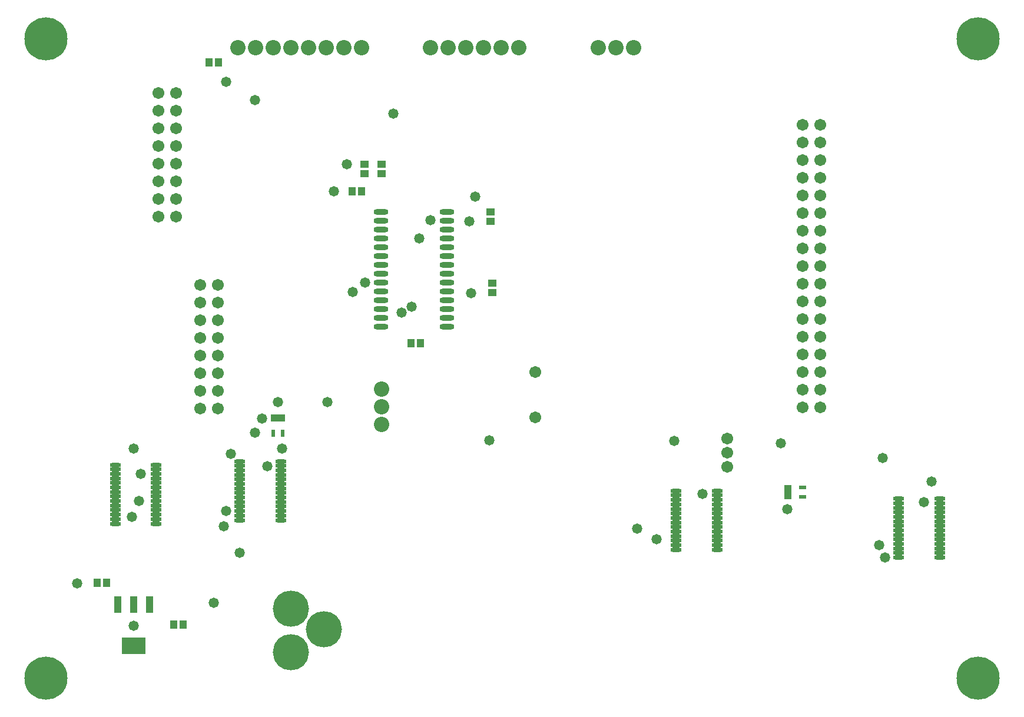
<source format=gts>
%FSLAX25Y25*%
%MOIN*%
G70*
G01*
G75*
G04 Layer_Color=8388736*
%ADD10O,0.05512X0.01772*%
%ADD11R,0.01575X0.03150*%
%ADD12R,0.03937X0.03543*%
%ADD13R,0.03543X0.03937*%
%ADD14R,0.03150X0.01575*%
%ADD15O,0.07480X0.02362*%
%ADD16R,0.03543X0.08858*%
%ADD17R,0.12795X0.08858*%
%ADD18C,0.01000*%
%ADD19C,0.01575*%
%ADD20C,0.01181*%
%ADD21C,0.03150*%
%ADD22C,0.01969*%
%ADD23C,0.05906*%
%ADD24C,0.19685*%
%ADD25C,0.07874*%
%ADD26C,0.05000*%
%ADD27C,0.23622*%
%ADD28C,0.02362*%
%ADD29C,0.00984*%
%ADD30C,0.00787*%
%ADD31O,0.06312X0.02572*%
%ADD32R,0.02598X0.04173*%
%ADD33R,0.02375X0.03950*%
%ADD34R,0.04737X0.04343*%
%ADD35R,0.04343X0.04737*%
%ADD36R,0.04173X0.02598*%
%ADD37R,0.03950X0.02375*%
%ADD38O,0.08280X0.03162*%
%ADD39R,0.04343X0.09658*%
%ADD40R,0.13595X0.09658*%
%ADD41C,0.06706*%
%ADD42C,0.20485*%
%ADD43C,0.08674*%
%ADD44C,0.05800*%
%ADD45C,0.24422*%
D31*
X401114Y88666D02*
D03*
Y91225D02*
D03*
Y93784D02*
D03*
Y96343D02*
D03*
Y98902D02*
D03*
Y101461D02*
D03*
Y104021D02*
D03*
Y106579D02*
D03*
Y109139D02*
D03*
Y111698D02*
D03*
Y114257D02*
D03*
Y116816D02*
D03*
Y119375D02*
D03*
Y121934D02*
D03*
X377886Y88666D02*
D03*
Y91225D02*
D03*
Y93784D02*
D03*
Y96343D02*
D03*
Y98902D02*
D03*
Y101461D02*
D03*
Y104021D02*
D03*
Y106579D02*
D03*
Y109139D02*
D03*
Y111698D02*
D03*
Y114257D02*
D03*
Y116816D02*
D03*
Y119375D02*
D03*
Y121934D02*
D03*
X527014Y84166D02*
D03*
Y86725D02*
D03*
Y89284D02*
D03*
Y91843D02*
D03*
Y94402D02*
D03*
Y96961D02*
D03*
Y99520D02*
D03*
Y102079D02*
D03*
Y104639D02*
D03*
Y107198D02*
D03*
Y109757D02*
D03*
Y112316D02*
D03*
Y114875D02*
D03*
Y117434D02*
D03*
X503786Y84166D02*
D03*
Y86725D02*
D03*
Y89284D02*
D03*
Y91843D02*
D03*
Y94402D02*
D03*
Y96961D02*
D03*
Y99520D02*
D03*
Y102079D02*
D03*
Y104639D02*
D03*
Y107198D02*
D03*
Y109757D02*
D03*
Y112316D02*
D03*
Y114875D02*
D03*
Y117434D02*
D03*
X83514Y103366D02*
D03*
Y105925D02*
D03*
Y108484D02*
D03*
Y111043D02*
D03*
Y113602D02*
D03*
Y116161D02*
D03*
Y118720D02*
D03*
Y121280D02*
D03*
Y123839D02*
D03*
Y126398D02*
D03*
Y128957D02*
D03*
Y131516D02*
D03*
Y134075D02*
D03*
Y136634D02*
D03*
X60286Y103366D02*
D03*
Y105925D02*
D03*
Y108484D02*
D03*
Y111043D02*
D03*
Y113602D02*
D03*
Y116161D02*
D03*
Y118720D02*
D03*
Y121280D02*
D03*
Y123839D02*
D03*
Y126398D02*
D03*
Y128957D02*
D03*
Y131516D02*
D03*
Y134075D02*
D03*
Y136634D02*
D03*
X154014Y105366D02*
D03*
Y107925D02*
D03*
Y110484D02*
D03*
Y113043D02*
D03*
Y115602D02*
D03*
Y118161D02*
D03*
Y120721D02*
D03*
Y123280D02*
D03*
Y125839D02*
D03*
Y128398D02*
D03*
Y130957D02*
D03*
Y133516D02*
D03*
Y136075D02*
D03*
Y138634D02*
D03*
X130786Y105366D02*
D03*
Y107925D02*
D03*
Y110484D02*
D03*
Y113043D02*
D03*
Y115602D02*
D03*
Y118161D02*
D03*
Y120721D02*
D03*
Y123280D02*
D03*
Y125839D02*
D03*
Y128398D02*
D03*
Y130957D02*
D03*
Y133516D02*
D03*
Y136075D02*
D03*
Y138634D02*
D03*
D32*
X154921Y163091D02*
D03*
X152362D02*
D03*
X149803D02*
D03*
D33*
Y154626D02*
D03*
X154921D02*
D03*
D34*
X211200Y301543D02*
D03*
Y306857D02*
D03*
X273700Y239657D02*
D03*
Y234343D02*
D03*
X201500Y306757D02*
D03*
Y301443D02*
D03*
X272700Y274543D02*
D03*
Y279857D02*
D03*
D35*
X233057Y205700D02*
D03*
X227743D02*
D03*
X113443Y364700D02*
D03*
X118757D02*
D03*
X199657Y291500D02*
D03*
X194343D02*
D03*
X55413Y69882D02*
D03*
X50098D02*
D03*
X93405Y46260D02*
D03*
X98721D02*
D03*
D36*
X440945Y123721D02*
D03*
Y121161D02*
D03*
Y118602D02*
D03*
D37*
X449409D02*
D03*
Y123721D02*
D03*
D38*
X248201Y214900D02*
D03*
Y219900D02*
D03*
Y224900D02*
D03*
Y229900D02*
D03*
Y234900D02*
D03*
Y239900D02*
D03*
Y244900D02*
D03*
Y249900D02*
D03*
Y254900D02*
D03*
Y259900D02*
D03*
Y264900D02*
D03*
Y269900D02*
D03*
Y274900D02*
D03*
Y279900D02*
D03*
X210799Y214900D02*
D03*
Y219900D02*
D03*
Y224900D02*
D03*
Y229900D02*
D03*
Y234900D02*
D03*
Y239900D02*
D03*
Y244900D02*
D03*
Y249900D02*
D03*
Y254900D02*
D03*
Y259900D02*
D03*
Y264900D02*
D03*
Y269900D02*
D03*
Y274900D02*
D03*
Y279900D02*
D03*
D39*
X79755Y57513D02*
D03*
X70700D02*
D03*
X61645D02*
D03*
D40*
X70700Y34087D02*
D03*
D41*
X406791Y135630D02*
D03*
Y143630D02*
D03*
Y151630D02*
D03*
X298130Y163583D02*
D03*
Y189173D02*
D03*
X84862Y277067D02*
D03*
Y287067D02*
D03*
Y297067D02*
D03*
Y307067D02*
D03*
Y317067D02*
D03*
Y327067D02*
D03*
Y337067D02*
D03*
Y347067D02*
D03*
X94862Y277067D02*
D03*
Y287067D02*
D03*
Y297067D02*
D03*
Y307067D02*
D03*
Y317067D02*
D03*
Y327067D02*
D03*
Y337067D02*
D03*
Y347067D02*
D03*
X108386Y168602D02*
D03*
Y178602D02*
D03*
Y188602D02*
D03*
Y198602D02*
D03*
Y208602D02*
D03*
Y218602D02*
D03*
Y228602D02*
D03*
Y238602D02*
D03*
X118386Y168602D02*
D03*
Y178602D02*
D03*
Y188602D02*
D03*
Y198602D02*
D03*
Y208602D02*
D03*
Y218602D02*
D03*
Y228602D02*
D03*
Y238602D02*
D03*
X459287Y229142D02*
D03*
Y249142D02*
D03*
Y269142D02*
D03*
Y189142D02*
D03*
Y319142D02*
D03*
X449287Y329142D02*
D03*
X459287Y179142D02*
D03*
Y289142D02*
D03*
X449287Y269142D02*
D03*
Y279142D02*
D03*
Y309142D02*
D03*
Y229142D02*
D03*
Y219142D02*
D03*
Y169142D02*
D03*
X459287D02*
D03*
Y299142D02*
D03*
X449287Y199142D02*
D03*
Y319142D02*
D03*
X459287Y329142D02*
D03*
Y199142D02*
D03*
X449287Y239142D02*
D03*
Y179142D02*
D03*
X459287Y309142D02*
D03*
Y239142D02*
D03*
X449287Y209142D02*
D03*
X459287Y279142D02*
D03*
Y259142D02*
D03*
X449287D02*
D03*
Y189142D02*
D03*
Y299142D02*
D03*
Y249142D02*
D03*
X459287Y209142D02*
D03*
Y219142D02*
D03*
X449287Y289142D02*
D03*
D42*
X178498Y43383D02*
D03*
X159600Y30588D02*
D03*
Y55194D02*
D03*
D43*
X238606Y373000D02*
D03*
X248606D02*
D03*
X258606D02*
D03*
X268606D02*
D03*
X278606D02*
D03*
X288606D02*
D03*
X129806Y373000D02*
D03*
X139806D02*
D03*
X149806D02*
D03*
X159806D02*
D03*
X169806D02*
D03*
X179806D02*
D03*
X189806D02*
D03*
X199806D02*
D03*
X353800Y373000D02*
D03*
X343800D02*
D03*
X333800D02*
D03*
X211024Y159528D02*
D03*
Y169528D02*
D03*
Y179528D02*
D03*
D44*
X522441Y127067D02*
D03*
X437106Y148721D02*
D03*
X376870Y150197D02*
D03*
X272047Y150394D02*
D03*
X139567Y154823D02*
D03*
X73819Y116142D02*
D03*
X69685Y107087D02*
D03*
X440650Y111417D02*
D03*
X154823Y145866D02*
D03*
X152362Y172146D02*
D03*
X143504Y162795D02*
D03*
X180315Y172244D02*
D03*
X146400Y136000D02*
D03*
X194685Y234547D02*
D03*
X201673Y239764D02*
D03*
X139469Y343307D02*
D03*
X116000Y58700D02*
D03*
X492700Y91300D02*
D03*
X217900Y335700D02*
D03*
X495966Y84166D02*
D03*
X355800Y100500D02*
D03*
X366600Y94600D02*
D03*
X494600Y140400D02*
D03*
X518200Y115600D02*
D03*
X74600Y131600D02*
D03*
X264000Y288400D02*
D03*
X184200Y291500D02*
D03*
X122958Y353643D02*
D03*
X125600Y142800D02*
D03*
X260900Y274500D02*
D03*
X261593Y233807D02*
D03*
X392600Y120200D02*
D03*
X130900Y87000D02*
D03*
X121900Y102000D02*
D03*
X123000Y110484D02*
D03*
X70600Y145900D02*
D03*
X191400Y307000D02*
D03*
X70669Y45472D02*
D03*
X38681Y69685D02*
D03*
X232283Y264862D02*
D03*
X227953Y226181D02*
D03*
X222235Y222835D02*
D03*
X238681Y275197D02*
D03*
D45*
X548640Y15748D02*
D03*
Y377953D02*
D03*
X21081Y15748D02*
D03*
Y377953D02*
D03*
M02*

</source>
